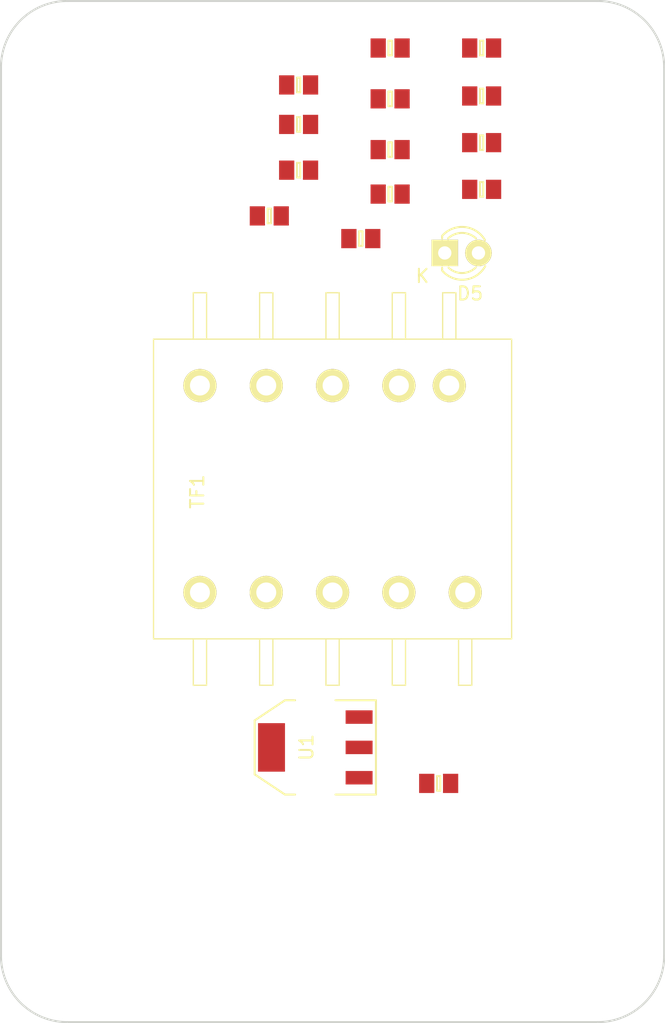
<source format=kicad_pcb>
(kicad_pcb (version 4) (host pcbnew "(2016-06-01 BZR 6870, Git 0ccd3bb)-product")

  (general
    (links 15)
    (no_connects 15)
    (area 59.924999 39.924999 110.075001 117.075001)
    (thickness 1.6)
    (drawings 8)
    (tracks 0)
    (zones 0)
    (modules 17)
    (nets 25)
  )

  (page A4)
  (layers
    (0 F.Cu signal)
    (31 B.Cu signal)
    (32 B.Adhes user)
    (33 F.Adhes user)
    (34 B.Paste user)
    (35 F.Paste user)
    (36 B.SilkS user)
    (37 F.SilkS user)
    (38 B.Mask user)
    (39 F.Mask user)
    (40 Dwgs.User user)
    (41 Cmts.User user)
    (42 Eco1.User user)
    (43 Eco2.User user)
    (44 Edge.Cuts user)
    (45 Margin user)
    (46 B.CrtYd user)
    (47 F.CrtYd user)
    (48 B.Fab user)
    (49 F.Fab user)
  )

  (setup
    (last_trace_width 0.25)
    (trace_clearance 0.2)
    (zone_clearance 0.508)
    (zone_45_only no)
    (trace_min 0.2)
    (segment_width 0.2)
    (edge_width 0.15)
    (via_size 0.6)
    (via_drill 0.4)
    (via_min_size 0.4)
    (via_min_drill 0.3)
    (uvia_size 0.3)
    (uvia_drill 0.1)
    (uvias_allowed no)
    (uvia_min_size 0.2)
    (uvia_min_drill 0.1)
    (pcb_text_width 0.3)
    (pcb_text_size 1.5 1.5)
    (mod_edge_width 0.15)
    (mod_text_size 1 1)
    (mod_text_width 0.15)
    (pad_size 1.524 1.524)
    (pad_drill 0.762)
    (pad_to_mask_clearance 0.2)
    (aux_axis_origin 0 0)
    (visible_elements 7FFFFFFF)
    (pcbplotparams
      (layerselection 0x00030_ffffffff)
      (usegerberextensions false)
      (excludeedgelayer true)
      (linewidth 0.100000)
      (plotframeref false)
      (viasonmask false)
      (mode 1)
      (useauxorigin false)
      (hpglpennumber 1)
      (hpglpenspeed 20)
      (hpglpendiameter 15)
      (psnegative false)
      (psa4output false)
      (plotreference true)
      (plotvalue true)
      (plotinvisibletext false)
      (padsonsilk false)
      (subtractmaskfromsilk false)
      (outputformat 1)
      (mirror false)
      (drillshape 1)
      (scaleselection 1)
      (outputdirectory ""))
  )

  (net 0 "")
  (net 1 "Net-(C4-Pad1)")
  (net 2 "Net-(C6-Pad1)")
  (net 3 "Net-(D2-Pad2)")
  (net 4 "Net-(R8-Pad2)")
  (net 5 "Net-(R10-Pad2)")
  (net 6 +12V)
  (net 7 "Net-(R10-Pad1)")
  (net 8 "Net-(C9-Pad1)")
  (net 9 "Net-(D4-Pad2)")
  (net 10 "Net-(C13-Pad2)")
  (net 11 "Net-(C13-Pad1)")
  (net 12 "Net-(P2-Pad1)")
  (net 13 "Net-(R15-Pad2)")
  (net 14 "Net-(D5-Pad2)")
  (net 15 "Net-(R4-Pad1)")
  (net 16 "Net-(C2-Pad1)")
  (net 17 "Net-(C1-Pad2)")
  (net 18 "Net-(C2-Pad2)")
  (net 19 "Net-(C1-Pad1)")
  (net 20 GNDPWR)
  (net 21 "Net-(C5-Pad1)")
  (net 22 "Net-(D3-Pad2)")
  (net 23 "Net-(TF1-Pad8)")
  (net 24 GND)

  (net_class Default "This is the default net class."
    (clearance 0.2)
    (trace_width 0.25)
    (via_dia 0.6)
    (via_drill 0.4)
    (uvia_dia 0.3)
    (uvia_drill 0.1)
    (add_net +12V)
    (add_net GND)
    (add_net GNDPWR)
    (add_net "Net-(C1-Pad1)")
    (add_net "Net-(C1-Pad2)")
    (add_net "Net-(C13-Pad1)")
    (add_net "Net-(C13-Pad2)")
    (add_net "Net-(C2-Pad1)")
    (add_net "Net-(C2-Pad2)")
    (add_net "Net-(C4-Pad1)")
    (add_net "Net-(C5-Pad1)")
    (add_net "Net-(C6-Pad1)")
    (add_net "Net-(C9-Pad1)")
    (add_net "Net-(D2-Pad2)")
    (add_net "Net-(D3-Pad2)")
    (add_net "Net-(D4-Pad2)")
    (add_net "Net-(D5-Pad2)")
    (add_net "Net-(P2-Pad1)")
    (add_net "Net-(R10-Pad1)")
    (add_net "Net-(R10-Pad2)")
    (add_net "Net-(R15-Pad2)")
    (add_net "Net-(R4-Pad1)")
    (add_net "Net-(R8-Pad2)")
    (add_net "Net-(TF1-Pad8)")
  )

  (module agg:0805 (layer F.Cu) (tedit 57654490) (tstamp 577B08D1)
    (at 93 99)
    (path /577B1699)
    (fp_text reference R6 (at -2.425 0 90) (layer F.Fab)
      (effects (font (size 1 1) (thickness 0.15)))
    )
    (fp_text value 2k7 (at 2.425 0 90) (layer F.Fab)
      (effects (font (size 1 1) (thickness 0.15)))
    )
    (fp_line (start -1 -0.625) (end 1 -0.625) (layer F.Fab) (width 0.01))
    (fp_line (start 1 -0.625) (end 1 0.625) (layer F.Fab) (width 0.01))
    (fp_line (start 1 0.625) (end -1 0.625) (layer F.Fab) (width 0.01))
    (fp_line (start -1 0.625) (end -1 -0.625) (layer F.Fab) (width 0.01))
    (fp_line (start -0.5 -0.625) (end -0.5 0.625) (layer F.Fab) (width 0.01))
    (fp_line (start 0.5 -0.625) (end 0.5 0.625) (layer F.Fab) (width 0.01))
    (fp_line (start -0.125 -0.55) (end 0.125 -0.55) (layer F.SilkS) (width 0.15))
    (fp_line (start 0.125 -0.55) (end 0.125 0.55) (layer F.SilkS) (width 0.15))
    (fp_line (start 0.125 0.55) (end -0.125 0.55) (layer F.SilkS) (width 0.15))
    (fp_line (start -0.125 0.55) (end -0.125 -0.55) (layer F.SilkS) (width 0.15))
    (fp_line (start -1.75 -1) (end 1.75 -1) (layer F.CrtYd) (width 0.01))
    (fp_line (start 1.75 -1) (end 1.75 1) (layer F.CrtYd) (width 0.01))
    (fp_line (start 1.75 1) (end -1.75 1) (layer F.CrtYd) (width 0.01))
    (fp_line (start -1.75 1) (end -1.75 -1) (layer F.CrtYd) (width 0.01))
    (pad 1 smd rect (at -0.9 0) (size 1.15 1.45) (layers F.Cu F.Paste F.Mask)
      (net 1 "Net-(C4-Pad1)"))
    (pad 2 smd rect (at 0.9 0) (size 1.15 1.45) (layers F.Cu F.Paste F.Mask)
      (net 2 "Net-(C6-Pad1)"))
    (model ${KISYS3DMOD}/Resistors_SMD.3dshapes/R_0805.wrl
      (at (xyz 0 0 0))
      (scale (xyz 1 1 1))
      (rotate (xyz 0 0 0))
    )
  )

  (module agg:0805 (layer F.Cu) (tedit 57654490) (tstamp 577B08E1)
    (at 89.34043 43.546919)
    (path /577B1666)
    (fp_text reference R8 (at -2.425 0 90) (layer F.Fab)
      (effects (font (size 1 1) (thickness 0.15)))
    )
    (fp_text value 10R (at 2.425 0 90) (layer F.Fab)
      (effects (font (size 1 1) (thickness 0.15)))
    )
    (fp_line (start -1 -0.625) (end 1 -0.625) (layer F.Fab) (width 0.01))
    (fp_line (start 1 -0.625) (end 1 0.625) (layer F.Fab) (width 0.01))
    (fp_line (start 1 0.625) (end -1 0.625) (layer F.Fab) (width 0.01))
    (fp_line (start -1 0.625) (end -1 -0.625) (layer F.Fab) (width 0.01))
    (fp_line (start -0.5 -0.625) (end -0.5 0.625) (layer F.Fab) (width 0.01))
    (fp_line (start 0.5 -0.625) (end 0.5 0.625) (layer F.Fab) (width 0.01))
    (fp_line (start -0.125 -0.55) (end 0.125 -0.55) (layer F.SilkS) (width 0.15))
    (fp_line (start 0.125 -0.55) (end 0.125 0.55) (layer F.SilkS) (width 0.15))
    (fp_line (start 0.125 0.55) (end -0.125 0.55) (layer F.SilkS) (width 0.15))
    (fp_line (start -0.125 0.55) (end -0.125 -0.55) (layer F.SilkS) (width 0.15))
    (fp_line (start -1.75 -1) (end 1.75 -1) (layer F.CrtYd) (width 0.01))
    (fp_line (start 1.75 -1) (end 1.75 1) (layer F.CrtYd) (width 0.01))
    (fp_line (start 1.75 1) (end -1.75 1) (layer F.CrtYd) (width 0.01))
    (fp_line (start -1.75 1) (end -1.75 -1) (layer F.CrtYd) (width 0.01))
    (pad 1 smd rect (at -0.9 0) (size 1.15 1.45) (layers F.Cu F.Paste F.Mask)
      (net 3 "Net-(D2-Pad2)"))
    (pad 2 smd rect (at 0.9 0) (size 1.15 1.45) (layers F.Cu F.Paste F.Mask)
      (net 4 "Net-(R8-Pad2)"))
    (model ${KISYS3DMOD}/Resistors_SMD.3dshapes/R_0805.wrl
      (at (xyz 0 0 0))
      (scale (xyz 1 1 1))
      (rotate (xyz 0 0 0))
    )
  )

  (module agg:0805 (layer F.Cu) (tedit 57654490) (tstamp 577B08F1)
    (at 82.44043 46.330729)
    (path /577B0B57)
    (fp_text reference R9 (at -2.425 0 90) (layer F.Fab)
      (effects (font (size 1 1) (thickness 0.15)))
    )
    (fp_text value 1k (at 2.425 0 90) (layer F.Fab)
      (effects (font (size 1 1) (thickness 0.15)))
    )
    (fp_line (start -1 -0.625) (end 1 -0.625) (layer F.Fab) (width 0.01))
    (fp_line (start 1 -0.625) (end 1 0.625) (layer F.Fab) (width 0.01))
    (fp_line (start 1 0.625) (end -1 0.625) (layer F.Fab) (width 0.01))
    (fp_line (start -1 0.625) (end -1 -0.625) (layer F.Fab) (width 0.01))
    (fp_line (start -0.5 -0.625) (end -0.5 0.625) (layer F.Fab) (width 0.01))
    (fp_line (start 0.5 -0.625) (end 0.5 0.625) (layer F.Fab) (width 0.01))
    (fp_line (start -0.125 -0.55) (end 0.125 -0.55) (layer F.SilkS) (width 0.15))
    (fp_line (start 0.125 -0.55) (end 0.125 0.55) (layer F.SilkS) (width 0.15))
    (fp_line (start 0.125 0.55) (end -0.125 0.55) (layer F.SilkS) (width 0.15))
    (fp_line (start -0.125 0.55) (end -0.125 -0.55) (layer F.SilkS) (width 0.15))
    (fp_line (start -1.75 -1) (end 1.75 -1) (layer F.CrtYd) (width 0.01))
    (fp_line (start 1.75 -1) (end 1.75 1) (layer F.CrtYd) (width 0.01))
    (fp_line (start 1.75 1) (end -1.75 1) (layer F.CrtYd) (width 0.01))
    (fp_line (start -1.75 1) (end -1.75 -1) (layer F.CrtYd) (width 0.01))
    (pad 1 smd rect (at -0.9 0) (size 1.15 1.45) (layers F.Cu F.Paste F.Mask)
      (net 5 "Net-(R10-Pad2)"))
    (pad 2 smd rect (at 0.9 0) (size 1.15 1.45) (layers F.Cu F.Paste F.Mask)
      (net 6 +12V))
    (model ${KISYS3DMOD}/Resistors_SMD.3dshapes/R_0805.wrl
      (at (xyz 0 0 0))
      (scale (xyz 1 1 1))
      (rotate (xyz 0 0 0))
    )
  )

  (module agg:0805 (layer F.Cu) (tedit 57654490) (tstamp 577B0901)
    (at 82.44043 49.306919)
    (path /577B092B)
    (fp_text reference R10 (at -2.425 0 90) (layer F.Fab)
      (effects (font (size 1 1) (thickness 0.15)))
    )
    (fp_text value 10k (at 2.425 0 90) (layer F.Fab)
      (effects (font (size 1 1) (thickness 0.15)))
    )
    (fp_line (start -1 -0.625) (end 1 -0.625) (layer F.Fab) (width 0.01))
    (fp_line (start 1 -0.625) (end 1 0.625) (layer F.Fab) (width 0.01))
    (fp_line (start 1 0.625) (end -1 0.625) (layer F.Fab) (width 0.01))
    (fp_line (start -1 0.625) (end -1 -0.625) (layer F.Fab) (width 0.01))
    (fp_line (start -0.5 -0.625) (end -0.5 0.625) (layer F.Fab) (width 0.01))
    (fp_line (start 0.5 -0.625) (end 0.5 0.625) (layer F.Fab) (width 0.01))
    (fp_line (start -0.125 -0.55) (end 0.125 -0.55) (layer F.SilkS) (width 0.15))
    (fp_line (start 0.125 -0.55) (end 0.125 0.55) (layer F.SilkS) (width 0.15))
    (fp_line (start 0.125 0.55) (end -0.125 0.55) (layer F.SilkS) (width 0.15))
    (fp_line (start -0.125 0.55) (end -0.125 -0.55) (layer F.SilkS) (width 0.15))
    (fp_line (start -1.75 -1) (end 1.75 -1) (layer F.CrtYd) (width 0.01))
    (fp_line (start 1.75 -1) (end 1.75 1) (layer F.CrtYd) (width 0.01))
    (fp_line (start 1.75 1) (end -1.75 1) (layer F.CrtYd) (width 0.01))
    (fp_line (start -1.75 1) (end -1.75 -1) (layer F.CrtYd) (width 0.01))
    (pad 1 smd rect (at -0.9 0) (size 1.15 1.45) (layers F.Cu F.Paste F.Mask)
      (net 7 "Net-(R10-Pad1)"))
    (pad 2 smd rect (at 0.9 0) (size 1.15 1.45) (layers F.Cu F.Paste F.Mask)
      (net 5 "Net-(R10-Pad2)"))
    (model ${KISYS3DMOD}/Resistors_SMD.3dshapes/R_0805.wrl
      (at (xyz 0 0 0))
      (scale (xyz 1 1 1))
      (rotate (xyz 0 0 0))
    )
  )

  (module agg:0805 (layer F.Cu) (tedit 57654490) (tstamp 577B0911)
    (at 82.44043 52.756919)
    (path /577B085A)
    (fp_text reference R11 (at -2.425 0 90) (layer F.Fab)
      (effects (font (size 1 1) (thickness 0.15)))
    )
    (fp_text value 47R (at 2.425 0 90) (layer F.Fab)
      (effects (font (size 1 1) (thickness 0.15)))
    )
    (fp_line (start -1 -0.625) (end 1 -0.625) (layer F.Fab) (width 0.01))
    (fp_line (start 1 -0.625) (end 1 0.625) (layer F.Fab) (width 0.01))
    (fp_line (start 1 0.625) (end -1 0.625) (layer F.Fab) (width 0.01))
    (fp_line (start -1 0.625) (end -1 -0.625) (layer F.Fab) (width 0.01))
    (fp_line (start -0.5 -0.625) (end -0.5 0.625) (layer F.Fab) (width 0.01))
    (fp_line (start 0.5 -0.625) (end 0.5 0.625) (layer F.Fab) (width 0.01))
    (fp_line (start -0.125 -0.55) (end 0.125 -0.55) (layer F.SilkS) (width 0.15))
    (fp_line (start 0.125 -0.55) (end 0.125 0.55) (layer F.SilkS) (width 0.15))
    (fp_line (start 0.125 0.55) (end -0.125 0.55) (layer F.SilkS) (width 0.15))
    (fp_line (start -0.125 0.55) (end -0.125 -0.55) (layer F.SilkS) (width 0.15))
    (fp_line (start -1.75 -1) (end 1.75 -1) (layer F.CrtYd) (width 0.01))
    (fp_line (start 1.75 -1) (end 1.75 1) (layer F.CrtYd) (width 0.01))
    (fp_line (start 1.75 1) (end -1.75 1) (layer F.CrtYd) (width 0.01))
    (fp_line (start -1.75 1) (end -1.75 -1) (layer F.CrtYd) (width 0.01))
    (pad 1 smd rect (at -0.9 0) (size 1.15 1.45) (layers F.Cu F.Paste F.Mask)
      (net 8 "Net-(C9-Pad1)"))
    (pad 2 smd rect (at 0.9 0) (size 1.15 1.45) (layers F.Cu F.Paste F.Mask)
      (net 9 "Net-(D4-Pad2)"))
    (model ${KISYS3DMOD}/Resistors_SMD.3dshapes/R_0805.wrl
      (at (xyz 0 0 0))
      (scale (xyz 1 1 1))
      (rotate (xyz 0 0 0))
    )
  )

  (module agg:0805 (layer F.Cu) (tedit 57654490) (tstamp 577B0921)
    (at 89.34043 47.377872)
    (path /577B0B31)
    (fp_text reference R12 (at -2.425 0 90) (layer F.Fab)
      (effects (font (size 1 1) (thickness 0.15)))
    )
    (fp_text value 21k5 (at 2.425 0 90) (layer F.Fab)
      (effects (font (size 1 1) (thickness 0.15)))
    )
    (fp_line (start -1 -0.625) (end 1 -0.625) (layer F.Fab) (width 0.01))
    (fp_line (start 1 -0.625) (end 1 0.625) (layer F.Fab) (width 0.01))
    (fp_line (start 1 0.625) (end -1 0.625) (layer F.Fab) (width 0.01))
    (fp_line (start -1 0.625) (end -1 -0.625) (layer F.Fab) (width 0.01))
    (fp_line (start -0.5 -0.625) (end -0.5 0.625) (layer F.Fab) (width 0.01))
    (fp_line (start 0.5 -0.625) (end 0.5 0.625) (layer F.Fab) (width 0.01))
    (fp_line (start -0.125 -0.55) (end 0.125 -0.55) (layer F.SilkS) (width 0.15))
    (fp_line (start 0.125 -0.55) (end 0.125 0.55) (layer F.SilkS) (width 0.15))
    (fp_line (start 0.125 0.55) (end -0.125 0.55) (layer F.SilkS) (width 0.15))
    (fp_line (start -0.125 0.55) (end -0.125 -0.55) (layer F.SilkS) (width 0.15))
    (fp_line (start -1.75 -1) (end 1.75 -1) (layer F.CrtYd) (width 0.01))
    (fp_line (start 1.75 -1) (end 1.75 1) (layer F.CrtYd) (width 0.01))
    (fp_line (start 1.75 1) (end -1.75 1) (layer F.CrtYd) (width 0.01))
    (fp_line (start -1.75 1) (end -1.75 -1) (layer F.CrtYd) (width 0.01))
    (pad 1 smd rect (at -0.9 0) (size 1.15 1.45) (layers F.Cu F.Paste F.Mask)
      (net 7 "Net-(R10-Pad1)"))
    (pad 2 smd rect (at 0.9 0) (size 1.15 1.45) (layers F.Cu F.Paste F.Mask)
      (net 10 "Net-(C13-Pad2)"))
    (model ${KISYS3DMOD}/Resistors_SMD.3dshapes/R_0805.wrl
      (at (xyz 0 0 0))
      (scale (xyz 1 1 1))
      (rotate (xyz 0 0 0))
    )
  )

  (module agg:0805 (layer F.Cu) (tedit 57654490) (tstamp 577B0931)
    (at 96.24043 43.546919)
    (path /577B0A70)
    (fp_text reference R14 (at -2.425 0 90) (layer F.Fab)
      (effects (font (size 1 1) (thickness 0.15)))
    )
    (fp_text value 10k (at 2.425 0 90) (layer F.Fab)
      (effects (font (size 1 1) (thickness 0.15)))
    )
    (fp_line (start -1 -0.625) (end 1 -0.625) (layer F.Fab) (width 0.01))
    (fp_line (start 1 -0.625) (end 1 0.625) (layer F.Fab) (width 0.01))
    (fp_line (start 1 0.625) (end -1 0.625) (layer F.Fab) (width 0.01))
    (fp_line (start -1 0.625) (end -1 -0.625) (layer F.Fab) (width 0.01))
    (fp_line (start -0.5 -0.625) (end -0.5 0.625) (layer F.Fab) (width 0.01))
    (fp_line (start 0.5 -0.625) (end 0.5 0.625) (layer F.Fab) (width 0.01))
    (fp_line (start -0.125 -0.55) (end 0.125 -0.55) (layer F.SilkS) (width 0.15))
    (fp_line (start 0.125 -0.55) (end 0.125 0.55) (layer F.SilkS) (width 0.15))
    (fp_line (start 0.125 0.55) (end -0.125 0.55) (layer F.SilkS) (width 0.15))
    (fp_line (start -0.125 0.55) (end -0.125 -0.55) (layer F.SilkS) (width 0.15))
    (fp_line (start -1.75 -1) (end 1.75 -1) (layer F.CrtYd) (width 0.01))
    (fp_line (start 1.75 -1) (end 1.75 1) (layer F.CrtYd) (width 0.01))
    (fp_line (start 1.75 1) (end -1.75 1) (layer F.CrtYd) (width 0.01))
    (fp_line (start -1.75 1) (end -1.75 -1) (layer F.CrtYd) (width 0.01))
    (pad 1 smd rect (at -0.9 0) (size 1.15 1.45) (layers F.Cu F.Paste F.Mask)
      (net 24 GND))
    (pad 2 smd rect (at 0.9 0) (size 1.15 1.45) (layers F.Cu F.Paste F.Mask)
      (net 11 "Net-(C13-Pad1)"))
    (model ${KISYS3DMOD}/Resistors_SMD.3dshapes/R_0805.wrl
      (at (xyz 0 0 0))
      (scale (xyz 1 1 1))
      (rotate (xyz 0 0 0))
    )
  )

  (module agg:0805 (layer F.Cu) (tedit 57654490) (tstamp 577B0941)
    (at 80.23043 56.206919)
    (path /577A3D31)
    (fp_text reference R15 (at -2.425 0 90) (layer F.Fab)
      (effects (font (size 1 1) (thickness 0.15)))
    )
    (fp_text value R (at 2.425 0 90) (layer F.Fab)
      (effects (font (size 1 1) (thickness 0.15)))
    )
    (fp_line (start -1 -0.625) (end 1 -0.625) (layer F.Fab) (width 0.01))
    (fp_line (start 1 -0.625) (end 1 0.625) (layer F.Fab) (width 0.01))
    (fp_line (start 1 0.625) (end -1 0.625) (layer F.Fab) (width 0.01))
    (fp_line (start -1 0.625) (end -1 -0.625) (layer F.Fab) (width 0.01))
    (fp_line (start -0.5 -0.625) (end -0.5 0.625) (layer F.Fab) (width 0.01))
    (fp_line (start 0.5 -0.625) (end 0.5 0.625) (layer F.Fab) (width 0.01))
    (fp_line (start -0.125 -0.55) (end 0.125 -0.55) (layer F.SilkS) (width 0.15))
    (fp_line (start 0.125 -0.55) (end 0.125 0.55) (layer F.SilkS) (width 0.15))
    (fp_line (start 0.125 0.55) (end -0.125 0.55) (layer F.SilkS) (width 0.15))
    (fp_line (start -0.125 0.55) (end -0.125 -0.55) (layer F.SilkS) (width 0.15))
    (fp_line (start -1.75 -1) (end 1.75 -1) (layer F.CrtYd) (width 0.01))
    (fp_line (start 1.75 -1) (end 1.75 1) (layer F.CrtYd) (width 0.01))
    (fp_line (start 1.75 1) (end -1.75 1) (layer F.CrtYd) (width 0.01))
    (fp_line (start -1.75 1) (end -1.75 -1) (layer F.CrtYd) (width 0.01))
    (pad 1 smd rect (at -0.9 0) (size 1.15 1.45) (layers F.Cu F.Paste F.Mask)
      (net 12 "Net-(P2-Pad1)"))
    (pad 2 smd rect (at 0.9 0) (size 1.15 1.45) (layers F.Cu F.Paste F.Mask)
      (net 13 "Net-(R15-Pad2)"))
    (model ${KISYS3DMOD}/Resistors_SMD.3dshapes/R_0805.wrl
      (at (xyz 0 0 0))
      (scale (xyz 1 1 1))
      (rotate (xyz 0 0 0))
    )
  )

  (module agg:0805 (layer F.Cu) (tedit 57654490) (tstamp 577B0951)
    (at 89.34043 51.206919)
    (path /577A5366)
    (fp_text reference R16 (at -2.425 0 90) (layer F.Fab)
      (effects (font (size 1 1) (thickness 0.15)))
    )
    (fp_text value 10k (at 2.425 0 90) (layer F.Fab)
      (effects (font (size 1 1) (thickness 0.15)))
    )
    (fp_line (start -1 -0.625) (end 1 -0.625) (layer F.Fab) (width 0.01))
    (fp_line (start 1 -0.625) (end 1 0.625) (layer F.Fab) (width 0.01))
    (fp_line (start 1 0.625) (end -1 0.625) (layer F.Fab) (width 0.01))
    (fp_line (start -1 0.625) (end -1 -0.625) (layer F.Fab) (width 0.01))
    (fp_line (start -0.5 -0.625) (end -0.5 0.625) (layer F.Fab) (width 0.01))
    (fp_line (start 0.5 -0.625) (end 0.5 0.625) (layer F.Fab) (width 0.01))
    (fp_line (start -0.125 -0.55) (end 0.125 -0.55) (layer F.SilkS) (width 0.15))
    (fp_line (start 0.125 -0.55) (end 0.125 0.55) (layer F.SilkS) (width 0.15))
    (fp_line (start 0.125 0.55) (end -0.125 0.55) (layer F.SilkS) (width 0.15))
    (fp_line (start -0.125 0.55) (end -0.125 -0.55) (layer F.SilkS) (width 0.15))
    (fp_line (start -1.75 -1) (end 1.75 -1) (layer F.CrtYd) (width 0.01))
    (fp_line (start 1.75 -1) (end 1.75 1) (layer F.CrtYd) (width 0.01))
    (fp_line (start 1.75 1) (end -1.75 1) (layer F.CrtYd) (width 0.01))
    (fp_line (start -1.75 1) (end -1.75 -1) (layer F.CrtYd) (width 0.01))
    (pad 1 smd rect (at -0.9 0) (size 1.15 1.45) (layers F.Cu F.Paste F.Mask)
      (net 12 "Net-(P2-Pad1)"))
    (pad 2 smd rect (at 0.9 0) (size 1.15 1.45) (layers F.Cu F.Paste F.Mask)
      (net 14 "Net-(D5-Pad2)"))
    (model ${KISYS3DMOD}/Resistors_SMD.3dshapes/R_0805.wrl
      (at (xyz 0 0 0))
      (scale (xyz 1 1 1))
      (rotate (xyz 0 0 0))
    )
  )

  (module agg:0805 (layer F.Cu) (tedit 57654490) (tstamp 577B0961)
    (at 96.24043 47.163586)
    (path /577B0B91)
    (fp_text reference R4 (at -2.425 0 90) (layer F.Fab)
      (effects (font (size 1 1) (thickness 0.15)))
    )
    (fp_text value 3m3 (at 2.425 0 90) (layer F.Fab)
      (effects (font (size 1 1) (thickness 0.15)))
    )
    (fp_line (start -1 -0.625) (end 1 -0.625) (layer F.Fab) (width 0.01))
    (fp_line (start 1 -0.625) (end 1 0.625) (layer F.Fab) (width 0.01))
    (fp_line (start 1 0.625) (end -1 0.625) (layer F.Fab) (width 0.01))
    (fp_line (start -1 0.625) (end -1 -0.625) (layer F.Fab) (width 0.01))
    (fp_line (start -0.5 -0.625) (end -0.5 0.625) (layer F.Fab) (width 0.01))
    (fp_line (start 0.5 -0.625) (end 0.5 0.625) (layer F.Fab) (width 0.01))
    (fp_line (start -0.125 -0.55) (end 0.125 -0.55) (layer F.SilkS) (width 0.15))
    (fp_line (start 0.125 -0.55) (end 0.125 0.55) (layer F.SilkS) (width 0.15))
    (fp_line (start 0.125 0.55) (end -0.125 0.55) (layer F.SilkS) (width 0.15))
    (fp_line (start -0.125 0.55) (end -0.125 -0.55) (layer F.SilkS) (width 0.15))
    (fp_line (start -1.75 -1) (end 1.75 -1) (layer F.CrtYd) (width 0.01))
    (fp_line (start 1.75 -1) (end 1.75 1) (layer F.CrtYd) (width 0.01))
    (fp_line (start 1.75 1) (end -1.75 1) (layer F.CrtYd) (width 0.01))
    (fp_line (start -1.75 1) (end -1.75 -1) (layer F.CrtYd) (width 0.01))
    (pad 1 smd rect (at -0.9 0) (size 1.15 1.45) (layers F.Cu F.Paste F.Mask)
      (net 15 "Net-(R4-Pad1)"))
    (pad 2 smd rect (at 0.9 0) (size 1.15 1.45) (layers F.Cu F.Paste F.Mask)
      (net 16 "Net-(C2-Pad1)"))
    (model ${KISYS3DMOD}/Resistors_SMD.3dshapes/R_0805.wrl
      (at (xyz 0 0 0))
      (scale (xyz 1 1 1))
      (rotate (xyz 0 0 0))
    )
  )

  (module agg:0805 (layer F.Cu) (tedit 57654490) (tstamp 577B0971)
    (at 89.34043 54.561681)
    (path /577B0D2E)
    (fp_text reference R3 (at -2.425 0 90) (layer F.Fab)
      (effects (font (size 1 1) (thickness 0.15)))
    )
    (fp_text value 5k6 (at 2.425 0 90) (layer F.Fab)
      (effects (font (size 1 1) (thickness 0.15)))
    )
    (fp_line (start -1 -0.625) (end 1 -0.625) (layer F.Fab) (width 0.01))
    (fp_line (start 1 -0.625) (end 1 0.625) (layer F.Fab) (width 0.01))
    (fp_line (start 1 0.625) (end -1 0.625) (layer F.Fab) (width 0.01))
    (fp_line (start -1 0.625) (end -1 -0.625) (layer F.Fab) (width 0.01))
    (fp_line (start -0.5 -0.625) (end -0.5 0.625) (layer F.Fab) (width 0.01))
    (fp_line (start 0.5 -0.625) (end 0.5 0.625) (layer F.Fab) (width 0.01))
    (fp_line (start -0.125 -0.55) (end 0.125 -0.55) (layer F.SilkS) (width 0.15))
    (fp_line (start 0.125 -0.55) (end 0.125 0.55) (layer F.SilkS) (width 0.15))
    (fp_line (start 0.125 0.55) (end -0.125 0.55) (layer F.SilkS) (width 0.15))
    (fp_line (start -0.125 0.55) (end -0.125 -0.55) (layer F.SilkS) (width 0.15))
    (fp_line (start -1.75 -1) (end 1.75 -1) (layer F.CrtYd) (width 0.01))
    (fp_line (start 1.75 -1) (end 1.75 1) (layer F.CrtYd) (width 0.01))
    (fp_line (start 1.75 1) (end -1.75 1) (layer F.CrtYd) (width 0.01))
    (fp_line (start -1.75 1) (end -1.75 -1) (layer F.CrtYd) (width 0.01))
    (pad 1 smd rect (at -0.9 0) (size 1.15 1.45) (layers F.Cu F.Paste F.Mask)
      (net 17 "Net-(C1-Pad2)"))
    (pad 2 smd rect (at 0.9 0) (size 1.15 1.45) (layers F.Cu F.Paste F.Mask)
      (net 18 "Net-(C2-Pad2)"))
    (model ${KISYS3DMOD}/Resistors_SMD.3dshapes/R_0805.wrl
      (at (xyz 0 0 0))
      (scale (xyz 1 1 1))
      (rotate (xyz 0 0 0))
    )
  )

  (module agg:0805 (layer F.Cu) (tedit 57654490) (tstamp 577B0981)
    (at 96.24043 50.681681)
    (path /577B0D12)
    (fp_text reference R2 (at -2.425 0 90) (layer F.Fab)
      (effects (font (size 1 1) (thickness 0.15)))
    )
    (fp_text value 5k6 (at 2.425 0 90) (layer F.Fab)
      (effects (font (size 1 1) (thickness 0.15)))
    )
    (fp_line (start -1 -0.625) (end 1 -0.625) (layer F.Fab) (width 0.01))
    (fp_line (start 1 -0.625) (end 1 0.625) (layer F.Fab) (width 0.01))
    (fp_line (start 1 0.625) (end -1 0.625) (layer F.Fab) (width 0.01))
    (fp_line (start -1 0.625) (end -1 -0.625) (layer F.Fab) (width 0.01))
    (fp_line (start -0.5 -0.625) (end -0.5 0.625) (layer F.Fab) (width 0.01))
    (fp_line (start 0.5 -0.625) (end 0.5 0.625) (layer F.Fab) (width 0.01))
    (fp_line (start -0.125 -0.55) (end 0.125 -0.55) (layer F.SilkS) (width 0.15))
    (fp_line (start 0.125 -0.55) (end 0.125 0.55) (layer F.SilkS) (width 0.15))
    (fp_line (start 0.125 0.55) (end -0.125 0.55) (layer F.SilkS) (width 0.15))
    (fp_line (start -0.125 0.55) (end -0.125 -0.55) (layer F.SilkS) (width 0.15))
    (fp_line (start -1.75 -1) (end 1.75 -1) (layer F.CrtYd) (width 0.01))
    (fp_line (start 1.75 -1) (end 1.75 1) (layer F.CrtYd) (width 0.01))
    (fp_line (start 1.75 1) (end -1.75 1) (layer F.CrtYd) (width 0.01))
    (fp_line (start -1.75 1) (end -1.75 -1) (layer F.CrtYd) (width 0.01))
    (pad 1 smd rect (at -0.9 0) (size 1.15 1.45) (layers F.Cu F.Paste F.Mask)
      (net 16 "Net-(C2-Pad1)"))
    (pad 2 smd rect (at 0.9 0) (size 1.15 1.45) (layers F.Cu F.Paste F.Mask)
      (net 19 "Net-(C1-Pad1)"))
    (model ${KISYS3DMOD}/Resistors_SMD.3dshapes/R_0805.wrl
      (at (xyz 0 0 0))
      (scale (xyz 1 1 1))
      (rotate (xyz 0 0 0))
    )
  )

  (module agg:0805 (layer F.Cu) (tedit 57654490) (tstamp 577B0991)
    (at 87.13043 57.916919)
    (path /577B0A65)
    (fp_text reference R13 (at -2.425 0 90) (layer F.Fab)
      (effects (font (size 1 1) (thickness 0.15)))
    )
    (fp_text value 10k (at 2.425 0 90) (layer F.Fab)
      (effects (font (size 1 1) (thickness 0.15)))
    )
    (fp_line (start -1 -0.625) (end 1 -0.625) (layer F.Fab) (width 0.01))
    (fp_line (start 1 -0.625) (end 1 0.625) (layer F.Fab) (width 0.01))
    (fp_line (start 1 0.625) (end -1 0.625) (layer F.Fab) (width 0.01))
    (fp_line (start -1 0.625) (end -1 -0.625) (layer F.Fab) (width 0.01))
    (fp_line (start -0.5 -0.625) (end -0.5 0.625) (layer F.Fab) (width 0.01))
    (fp_line (start 0.5 -0.625) (end 0.5 0.625) (layer F.Fab) (width 0.01))
    (fp_line (start -0.125 -0.55) (end 0.125 -0.55) (layer F.SilkS) (width 0.15))
    (fp_line (start 0.125 -0.55) (end 0.125 0.55) (layer F.SilkS) (width 0.15))
    (fp_line (start 0.125 0.55) (end -0.125 0.55) (layer F.SilkS) (width 0.15))
    (fp_line (start -0.125 0.55) (end -0.125 -0.55) (layer F.SilkS) (width 0.15))
    (fp_line (start -1.75 -1) (end 1.75 -1) (layer F.CrtYd) (width 0.01))
    (fp_line (start 1.75 -1) (end 1.75 1) (layer F.CrtYd) (width 0.01))
    (fp_line (start 1.75 1) (end -1.75 1) (layer F.CrtYd) (width 0.01))
    (fp_line (start -1.75 1) (end -1.75 -1) (layer F.CrtYd) (width 0.01))
    (pad 1 smd rect (at -0.9 0) (size 1.15 1.45) (layers F.Cu F.Paste F.Mask)
      (net 11 "Net-(C13-Pad1)"))
    (pad 2 smd rect (at 0.9 0) (size 1.15 1.45) (layers F.Cu F.Paste F.Mask)
      (net 6 +12V))
    (model ${KISYS3DMOD}/Resistors_SMD.3dshapes/R_0805.wrl
      (at (xyz 0 0 0))
      (scale (xyz 1 1 1))
      (rotate (xyz 0 0 0))
    )
  )

  (module agg:0805 (layer F.Cu) (tedit 57654490) (tstamp 577B09A1)
    (at 96.24043 54.203586)
    (path /577B0B9C)
    (fp_text reference R5 (at -2.425 0 90) (layer F.Fab)
      (effects (font (size 1 1) (thickness 0.15)))
    )
    (fp_text value 3m3 (at 2.425 0 90) (layer F.Fab)
      (effects (font (size 1 1) (thickness 0.15)))
    )
    (fp_line (start -1 -0.625) (end 1 -0.625) (layer F.Fab) (width 0.01))
    (fp_line (start 1 -0.625) (end 1 0.625) (layer F.Fab) (width 0.01))
    (fp_line (start 1 0.625) (end -1 0.625) (layer F.Fab) (width 0.01))
    (fp_line (start -1 0.625) (end -1 -0.625) (layer F.Fab) (width 0.01))
    (fp_line (start -0.5 -0.625) (end -0.5 0.625) (layer F.Fab) (width 0.01))
    (fp_line (start 0.5 -0.625) (end 0.5 0.625) (layer F.Fab) (width 0.01))
    (fp_line (start -0.125 -0.55) (end 0.125 -0.55) (layer F.SilkS) (width 0.15))
    (fp_line (start 0.125 -0.55) (end 0.125 0.55) (layer F.SilkS) (width 0.15))
    (fp_line (start 0.125 0.55) (end -0.125 0.55) (layer F.SilkS) (width 0.15))
    (fp_line (start -0.125 0.55) (end -0.125 -0.55) (layer F.SilkS) (width 0.15))
    (fp_line (start -1.75 -1) (end 1.75 -1) (layer F.CrtYd) (width 0.01))
    (fp_line (start 1.75 -1) (end 1.75 1) (layer F.CrtYd) (width 0.01))
    (fp_line (start 1.75 1) (end -1.75 1) (layer F.CrtYd) (width 0.01))
    (fp_line (start -1.75 1) (end -1.75 -1) (layer F.CrtYd) (width 0.01))
    (pad 1 smd rect (at -0.9 0) (size 1.15 1.45) (layers F.Cu F.Paste F.Mask)
      (net 18 "Net-(C2-Pad2)"))
    (pad 2 smd rect (at 0.9 0) (size 1.15 1.45) (layers F.Cu F.Paste F.Mask)
      (net 15 "Net-(R4-Pad1)"))
    (model ${KISYS3DMOD}/Resistors_SMD.3dshapes/R_0805.wrl
      (at (xyz 0 0 0))
      (scale (xyz 1 1 1))
      (rotate (xyz 0 0 0))
    )
  )

  (module TO_SOT_Packages_SMD:SOT-223 (layer F.Cu) (tedit 0) (tstamp 577B09B3)
    (at 83.698 96.286 90)
    (descr "module CMS SOT223 4 pins")
    (tags "CMS SOT")
    (path /577A4716)
    (attr smd)
    (fp_text reference U1 (at 0 -0.666539 90) (layer F.SilkS)
      (effects (font (size 1 1) (thickness 0.15)))
    )
    (fp_text value NCP1077 (at 0 0.762 90) (layer F.Fab)
      (effects (font (size 1 1) (thickness 0.15)))
    )
    (fp_line (start -3.556 1.524) (end -3.556 4.572) (layer F.SilkS) (width 0.15))
    (fp_line (start -3.556 4.572) (end 3.556 4.572) (layer F.SilkS) (width 0.15))
    (fp_line (start 3.556 4.572) (end 3.556 1.524) (layer F.SilkS) (width 0.15))
    (fp_line (start -3.556 -1.524) (end -3.556 -2.286) (layer F.SilkS) (width 0.15))
    (fp_line (start -3.556 -2.286) (end -2.032 -4.572) (layer F.SilkS) (width 0.15))
    (fp_line (start -2.032 -4.572) (end 2.032 -4.572) (layer F.SilkS) (width 0.15))
    (fp_line (start 2.032 -4.572) (end 3.556 -2.286) (layer F.SilkS) (width 0.15))
    (fp_line (start 3.556 -2.286) (end 3.556 -1.524) (layer F.SilkS) (width 0.15))
    (pad 4 smd rect (at 0 -3.302 90) (size 3.6576 2.032) (layers F.Cu F.Paste F.Mask)
      (net 20 GNDPWR))
    (pad 2 smd rect (at 0 3.302 90) (size 1.016 2.032) (layers F.Cu F.Paste F.Mask)
      (net 21 "Net-(C5-Pad1)"))
    (pad 3 smd rect (at 2.286 3.302 90) (size 1.016 2.032) (layers F.Cu F.Paste F.Mask)
      (net 22 "Net-(D3-Pad2)"))
    (pad 1 smd rect (at -2.286 3.302 90) (size 1.016 2.032) (layers F.Cu F.Paste F.Mask)
      (net 1 "Net-(C4-Pad1)"))
    (model TO_SOT_Packages_SMD.3dshapes/SOT-223.wrl
      (at (xyz 0 0 0))
      (scale (xyz 0.4 0.4 0.4))
      (rotate (xyz 0 0 0))
    )
  )

  (module LEDs:LED-3MM (layer F.Cu) (tedit 559B82F6) (tstamp 577B09C7)
    (at 93.46 59)
    (descr "LED 3mm round vertical")
    (tags "LED  3mm round vertical")
    (path /577A54CE)
    (fp_text reference D5 (at 1.91 3.06) (layer F.SilkS)
      (effects (font (size 1 1) (thickness 0.15)))
    )
    (fp_text value PWR (at 1.3 -2.9) (layer F.Fab)
      (effects (font (size 1 1) (thickness 0.15)))
    )
    (fp_line (start -1.2 2.3) (end 3.8 2.3) (layer F.CrtYd) (width 0.05))
    (fp_line (start 3.8 2.3) (end 3.8 -2.2) (layer F.CrtYd) (width 0.05))
    (fp_line (start 3.8 -2.2) (end -1.2 -2.2) (layer F.CrtYd) (width 0.05))
    (fp_line (start -1.2 -2.2) (end -1.2 2.3) (layer F.CrtYd) (width 0.05))
    (fp_line (start -0.199 1.314) (end -0.199 1.114) (layer F.SilkS) (width 0.15))
    (fp_line (start -0.199 -1.28) (end -0.199 -1.1) (layer F.SilkS) (width 0.15))
    (fp_arc (start 1.301 0.034) (end -0.199 -1.286) (angle 108.5) (layer F.SilkS) (width 0.15))
    (fp_arc (start 1.301 0.034) (end 0.25 -1.1) (angle 85.7) (layer F.SilkS) (width 0.15))
    (fp_arc (start 1.311 0.034) (end 3.051 0.994) (angle 110) (layer F.SilkS) (width 0.15))
    (fp_arc (start 1.301 0.034) (end 2.335 1.094) (angle 87.5) (layer F.SilkS) (width 0.15))
    (fp_text user K (at -1.69 1.74) (layer F.SilkS)
      (effects (font (size 1 1) (thickness 0.15)))
    )
    (pad 1 thru_hole rect (at 0 0 90) (size 2 2) (drill 1.00076) (layers *.Cu *.Mask F.SilkS)
      (net 24 GND))
    (pad 2 thru_hole circle (at 2.54 0) (size 2 2) (drill 1.00076) (layers *.Cu *.Mask F.SilkS)
      (net 14 "Net-(D5-Pad2)"))
    (model LEDs.3dshapes/LED-3MM.wrl
      (at (xyz 0.05 0 0))
      (scale (xyz 1 1 1))
      (rotate (xyz 0 0 90))
    )
  )

  (module parts:W750313861 (layer F.Cu) (tedit 577B0FC4) (tstamp 577B4469)
    (at 93.8 69 270)
    (path /577B283F)
    (fp_text reference TF1 (at 8 19 270) (layer F.SilkS)
      (effects (font (size 1 1) (thickness 0.15)))
    )
    (fp_text value W750313861 (at 8 -0.1 270) (layer F.Fab)
      (effects (font (size 1 1) (thickness 0.15)))
    )
    (fp_line (start 22.6 -0.7) (end 19.1 -0.7) (layer F.SilkS) (width 0.1))
    (fp_line (start 22.6 -1.7) (end 22.6 -0.7) (layer F.SilkS) (width 0.1))
    (fp_line (start 19.1 -1.7) (end 22.6 -1.7) (layer F.SilkS) (width 0.1))
    (fp_line (start 19.1 -4.7) (end 19.1 22.3) (layer F.SilkS) (width 0.1))
    (fp_line (start -3.5 -4.7) (end 19.1 -4.7) (layer F.SilkS) (width 0.1))
    (fp_line (start -3.5 -4.7) (end -3.5 22.3) (layer F.SilkS) (width 0.1))
    (fp_line (start -3.5 22.3) (end 19.1 22.3) (layer F.SilkS) (width 0.1))
    (fp_line (start 19.1 3.3) (end 22.6 3.3) (layer F.SilkS) (width 0.1))
    (fp_line (start 22.6 4.3) (end 19.1 4.3) (layer F.SilkS) (width 0.1))
    (fp_line (start 22.6 3.3) (end 22.6 4.3) (layer F.SilkS) (width 0.1))
    (fp_line (start 19.1 8.3) (end 22.6 8.3) (layer F.SilkS) (width 0.1))
    (fp_line (start 22.6 9.3) (end 19.1 9.3) (layer F.SilkS) (width 0.1))
    (fp_line (start 22.6 8.3) (end 22.6 9.3) (layer F.SilkS) (width 0.1))
    (fp_line (start 19.1 18.3) (end 22.6 18.3) (layer F.SilkS) (width 0.1))
    (fp_line (start 22.6 19.3) (end 19.1 19.3) (layer F.SilkS) (width 0.1))
    (fp_line (start 22.6 18.3) (end 22.6 19.3) (layer F.SilkS) (width 0.1))
    (fp_line (start 19.1 13.3) (end 22.6 13.3) (layer F.SilkS) (width 0.1))
    (fp_line (start 22.6 14.3) (end 19.1 14.3) (layer F.SilkS) (width 0.1))
    (fp_line (start 22.6 13.3) (end 22.6 14.3) (layer F.SilkS) (width 0.1))
    (fp_line (start -3.5 14.3) (end -7 14.3) (layer F.SilkS) (width 0.1))
    (fp_line (start -7 18.3) (end -7 19.3) (layer F.SilkS) (width 0.1))
    (fp_line (start -3.5 19.3) (end -7 19.3) (layer F.SilkS) (width 0.1))
    (fp_line (start -7 18.3) (end -3.5 18.3) (layer F.SilkS) (width 0.1))
    (fp_line (start -7 3.3) (end -3.5 3.3) (layer F.SilkS) (width 0.1))
    (fp_line (start -3.5 4.3) (end -7 4.3) (layer F.SilkS) (width 0.1))
    (fp_line (start -7 3.3) (end -7 4.3) (layer F.SilkS) (width 0.1))
    (fp_line (start -7 13.3) (end -3.5 13.3) (layer F.SilkS) (width 0.1))
    (fp_line (start -3.5 9.3) (end -7 9.3) (layer F.SilkS) (width 0.1))
    (fp_line (start -7 8.3) (end -3.5 8.3) (layer F.SilkS) (width 0.1))
    (fp_line (start -7 8.3) (end -7 9.3) (layer F.SilkS) (width 0.1))
    (fp_line (start -7 13.3) (end -7 14.3) (layer F.SilkS) (width 0.1))
    (fp_line (start -7 -0.5) (end -7 0.5) (layer F.SilkS) (width 0.1))
    (fp_line (start -3.5 0.5) (end -7 0.5) (layer F.SilkS) (width 0.1))
    (fp_line (start -7 -0.5) (end -3.5 -0.5) (layer F.SilkS) (width 0.1))
    (pad 2 thru_hole circle (at 0 3.8 270) (size 2.5 2.5) (drill 1.5) (layers *.Cu *.Mask F.SilkS))
    (pad 1 thru_hole circle (at 0 0 270) (size 2.5 2.5) (drill 1.5) (layers *.Cu *.Mask F.SilkS)
      (net 24 GND))
    (pad 3 thru_hole circle (at 0 8.8 270) (size 2.5 2.5) (drill 1.5) (layers *.Cu *.Mask F.SilkS))
    (pad 4 thru_hole circle (at 0 13.8 270) (size 2.5 2.5) (drill 1.5) (layers *.Cu *.Mask F.SilkS))
    (pad 5 thru_hole circle (at 0 18.8 270) (size 2.5 2.5) (drill 1.5) (layers *.Cu *.Mask F.SilkS)
      (net 9 "Net-(D4-Pad2)"))
    (pad 6 thru_hole circle (at 15.6 18.8 270) (size 2.5 2.5) (drill 1.5) (layers *.Cu *.Mask F.SilkS)
      (net 20 GNDPWR))
    (pad 7 thru_hole circle (at 15.6 13.8 270) (size 2.5 2.5) (drill 1.5) (layers *.Cu *.Mask F.SilkS))
    (pad 8 thru_hole circle (at 15.6 8.8 270) (size 2.5 2.5) (drill 1.5) (layers *.Cu *.Mask F.SilkS)
      (net 23 "Net-(TF1-Pad8)"))
    (pad 9 thru_hole circle (at 15.6 3.8 270) (size 2.5 2.5) (drill 1.5) (layers *.Cu *.Mask F.SilkS))
    (pad 10 thru_hole circle (at 15.6 -1.2 270) (size 2.5 2.5) (drill 1.5) (layers *.Cu *.Mask F.SilkS)
      (net 22 "Net-(D3-Pad2)"))
  )

  (gr_arc (start 65 112) (end 65 117) (angle 90) (layer Edge.Cuts) (width 0.15))
  (gr_arc (start 105 112) (end 110 112) (angle 90) (layer Edge.Cuts) (width 0.15))
  (gr_arc (start 105 45) (end 105 40) (angle 90) (layer Edge.Cuts) (width 0.15))
  (gr_arc (start 65 45) (end 60 45) (angle 90) (layer Edge.Cuts) (width 0.15))
  (gr_line (start 105 40) (end 65 40) (layer Edge.Cuts) (width 0.15))
  (gr_line (start 110 112) (end 110 45) (layer Edge.Cuts) (width 0.15))
  (gr_line (start 65 117) (end 105 117) (layer Edge.Cuts) (width 0.15))
  (gr_line (start 60 45) (end 60 112) (layer Edge.Cuts) (width 0.15))

)

</source>
